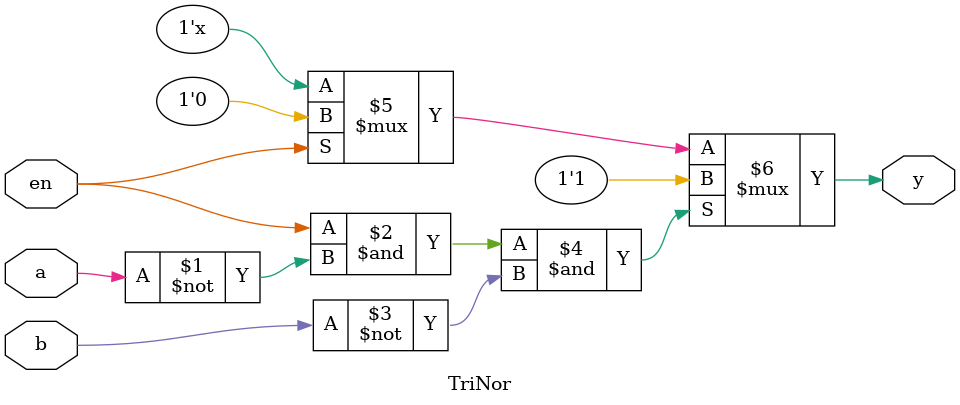
<source format=sv>
module TriNor(input en, a, b, output y);
    assign y = (en & ~a & ~b) ? 1'b1 : (en ? 1'b0 : 1'bz);
endmodule
</source>
